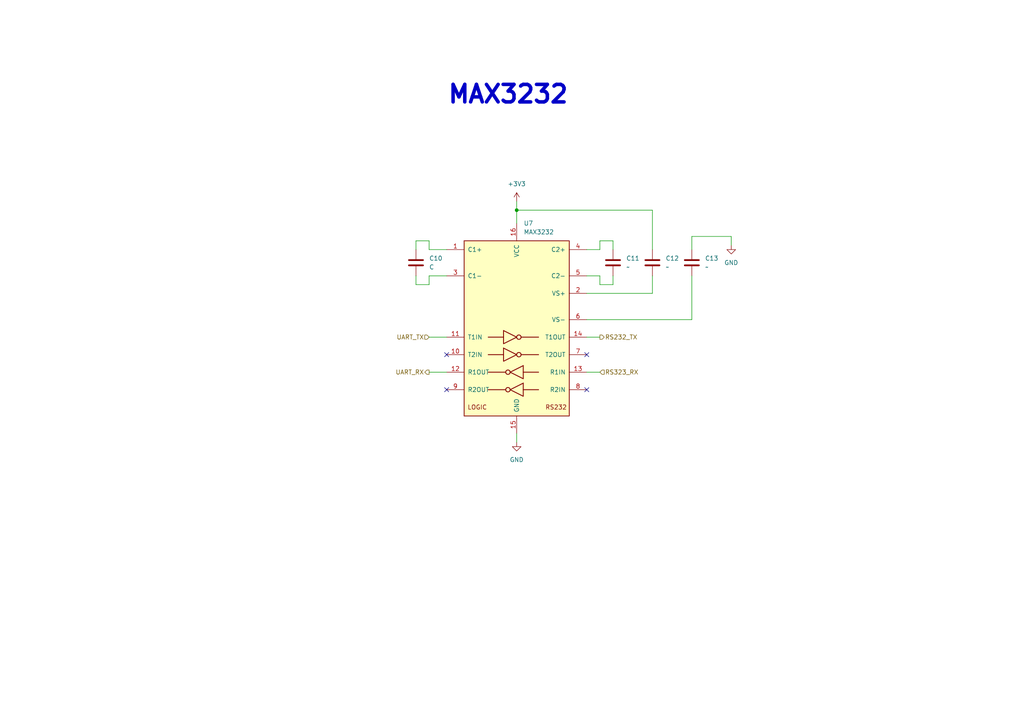
<source format=kicad_sch>
(kicad_sch (version 20211123) (generator eeschema)
  (paper "A4")
  (title_block (title "GPS_CHECK") (date "2022-04-10") (rev "v1.0.0"))
  (lib_symbols
    (symbol "Device:C" (pin_numbers hide) (pin_names (offset 0.254))
      (property "Reference" "C" (at 0.635 2.54 0))
      (property "Value" "C" (at 0.635 -2.54 0))
      (symbol "C_0_1"
        (polyline (pts (xy -2.032 -0.762) (xy 2.032 -0.762)) (stroke (width 0.508)))
        (polyline (pts (xy -2.032 0.762) (xy 2.032 0.762)) (stroke (width 0.508)))
      )
      (symbol "C_1_1"
        (pin passive line (at 0 3.81 270) (length 2.794) (name "~") (number "1"))
        (pin passive line (at 0 -3.81 90) (length 2.794) (name "~") (number "2"))
      )
    )
    (symbol "Interface_UART:MAX3232" (pin_names (offset 1.016))
      (property "Reference" "U" (at -2.54 28.575 0))
      (property "Value" "MAX3232" (at -2.54 26.67 0))
      (symbol "MAX3232_0_0"
        (text "LOGIC" (at -11.43 -22.86 0) (effects (font (size 1.27 1.27))))
        (text "RS232" (at 11.43 -22.86 0) (effects (font (size 1.27 1.27))))
      )
      (symbol "MAX3232_0_1"
        (rectangle (start -15.24 -25.4) (end 15.24 25.4) (stroke (width 0.254)) (fill (type background)))
        (circle (center -2.54 -17.78) (radius 0.635) (stroke (width 0.254)))
        (circle (center -2.54 -12.7) (radius 0.635) (stroke (width 0.254)))
        (polyline (pts (xy -3.81 -7.62) (xy -8.255 -7.62)) (stroke (width 0.254)))
        (polyline (pts (xy -3.81 -2.54) (xy -8.255 -2.54)) (stroke (width 0.254)))
        (polyline (pts (xy -3.175 -17.78) (xy -8.255 -17.78)) (stroke (width 0.254)))
        (polyline (pts (xy -3.175 -12.7) (xy -8.255 -12.7)) (stroke (width 0.254)))
        (polyline (pts (xy 1.27 -7.62) (xy 6.35 -7.62)) (stroke (width 0.254)))
        (polyline (pts (xy 1.27 -2.54) (xy 6.35 -2.54)) (stroke (width 0.254)))
        (polyline (pts (xy 1.905 -17.78) (xy 6.35 -17.78)) (stroke (width 0.254)))
        (polyline (pts (xy 1.905 -12.7) (xy 6.35 -12.7)) (stroke (width 0.254)))
        (polyline (pts (xy -3.81 -5.715) (xy -3.81 -9.525) (xy 0 -7.62) (xy -3.81 -5.715)) (stroke (width 0.254)))
        (polyline (pts (xy -3.81 -0.635) (xy -3.81 -4.445) (xy 0 -2.54) (xy -3.81 -0.635)) (stroke (width 0.254)))
        (polyline (pts (xy 1.905 -15.875) (xy 1.905 -19.685) (xy -1.905 -17.78) (xy 1.905 -15.875)) (stroke (width 0.254)))
        (polyline (pts (xy 1.905 -10.795) (xy 1.905 -14.605) (xy -1.905 -12.7) (xy 1.905 -10.795)) (stroke (width 0.254)))
        (circle (center 0.635 -7.62) (radius 0.635) (stroke (width 0.254)))
        (circle (center 0.635 -2.54) (radius 0.635) (stroke (width 0.254)))
      )
      (symbol "MAX3232_1_1"
        (pin passive line (at -20.32 22.86 0) (length 5.08) (name "C1+") (number "1"))
        (pin input line (at -20.32 -7.62 0) (length 5.08) (name "T2IN") (number "10"))
        (pin input line (at -20.32 -2.54 0) (length 5.08) (name "T1IN") (number "11"))
        (pin output line (at -20.32 -12.7 0) (length 5.08) (name "R1OUT") (number "12"))
        (pin input line (at 20.32 -12.7 180) (length 5.08) (name "R1IN") (number "13"))
        (pin output line (at 20.32 -2.54 180) (length 5.08) (name "T1OUT") (number "14"))
        (pin power_in line (at 0 -30.48 90) (length 5.08) (name "GND") (number "15"))
        (pin power_in line (at 0 30.48 270) (length 5.08) (name "VCC") (number "16"))
        (pin power_out line (at 20.32 10.16 180) (length 5.08) (name "VS+") (number "2"))
        (pin passive line (at -20.32 15.24 0) (length 5.08) (name "C1-") (number "3"))
        (pin passive line (at 20.32 22.86 180) (length 5.08) (name "C2+") (number "4"))
        (pin passive line (at 20.32 15.24 180) (length 5.08) (name "C2-") (number "5"))
        (pin power_out line (at 20.32 2.54 180) (length 5.08) (name "VS-") (number "6"))
        (pin output line (at 20.32 -7.62 180) (length 5.08) (name "T2OUT") (number "7"))
        (pin input line (at 20.32 -17.78 180) (length 5.08) (name "R2IN") (number "8"))
        (pin output line (at -20.32 -17.78 0) (length 5.08) (name "R2OUT") (number "9"))
      )
    )
    (symbol "power:+3V3" (power) (pin_names (offset 0))
      (property "Value" "+3V3" (at 0 3.556 0))
      (symbol "+3V3_0_1"
        (polyline (pts (xy -0.762 1.27) (xy 0 2.54)))
        (polyline (pts (xy 0 0) (xy 0 2.54)))
        (polyline (pts (xy 0 2.54) (xy 0.762 1.27)))
      )
      (symbol "+3V3_1_1"
        (pin power_in line (at 0 0 90) (length 0) hide (name "+3V3") (number "1"))
      )
    )
    (symbol "power:GND" (power) (pin_names (offset 0))
      (property "Value" "GND" (at 0 -3.81 0))
      (symbol "GND_0_1"
        (polyline (pts (xy 0 0) (xy 0 -1.27) (xy 1.27 -1.27) (xy 0 -2.54) (xy -1.27 -1.27) (xy 0 -1.27)))
      )
      (symbol "GND_1_1"
        (pin power_in line (at 0 0 270) (length 0) hide (name "GND") (number "1"))
      )
    )
  )
  (junction (at 149.86 60.96))
  (no_connect (at 170.18 113.03))
  (no_connect (at 170.18 102.87))
  (no_connect (at 129.54 102.87))
  (no_connect (at 129.54 113.03))
  (wire (pts (xy 149.86 125.73) (xy 149.86 128.27)))
  (wire (pts (xy 189.23 80.01) (xy 189.23 85.09)))
  (wire (pts (xy 212.09 68.58) (xy 212.09 71.12)))
  (wire (pts (xy 170.18 80.01) (xy 173.99 80.01)))
  (wire (pts (xy 173.99 80.01) (xy 173.99 82.55)))
  (wire (pts (xy 149.86 58.42) (xy 149.86 60.96)))
  (wire (pts (xy 124.46 72.39) (xy 129.54 72.39)))
  (wire (pts (xy 189.23 72.39) (xy 189.23 60.96)))
  (wire (pts (xy 177.8 82.55) (xy 177.8 80.01)))
  (wire (pts (xy 124.46 69.85) (xy 124.46 72.39)))
  (wire (pts (xy 120.65 80.01) (xy 120.65 82.55)))
  (wire (pts (xy 173.99 69.85) (xy 173.99 72.39)))
  (wire (pts (xy 124.46 82.55) (xy 124.46 80.01)))
  (wire (pts (xy 173.99 72.39) (xy 170.18 72.39)))
  (wire (pts (xy 124.46 107.95) (xy 129.54 107.95)))
  (wire (pts (xy 173.99 82.55) (xy 177.8 82.55)))
  (wire (pts (xy 200.66 92.71) (xy 200.66 80.01)))
  (wire (pts (xy 149.86 60.96) (xy 149.86 64.77)))
  (wire (pts (xy 120.65 72.39) (xy 120.65 69.85)))
  (wire (pts (xy 177.8 72.39) (xy 177.8 69.85)))
  (wire (pts (xy 124.46 97.79) (xy 129.54 97.79)))
  (wire (pts (xy 177.8 69.85) (xy 173.99 69.85)))
  (wire (pts (xy 189.23 60.96) (xy 149.86 60.96)))
  (wire (pts (xy 200.66 72.39) (xy 200.66 68.58)))
  (wire (pts (xy 170.18 107.95) (xy 173.99 107.95)))
  (wire (pts (xy 170.18 92.71) (xy 200.66 92.71)))
  (wire (pts (xy 200.66 68.58) (xy 212.09 68.58)))
  (wire (pts (xy 124.46 80.01) (xy 129.54 80.01)))
  (wire (pts (xy 170.18 97.79) (xy 173.99 97.79)))
  (wire (pts (xy 120.65 69.85) (xy 124.46 69.85)))
  (wire (pts (xy 189.23 85.09) (xy 170.18 85.09)))
  (wire (pts (xy 120.65 82.55) (xy 124.46 82.55)))
  (text "MAX3232" (at 129.54 30.48 0) (effects (font (size 5.08 5.08) (thickness 1.016) bold) (justify left bottom)))
  (hierarchical_label "UART_RX" (shape output) (at 124.46 107.95 180))
  (hierarchical_label "RS323_RX" (shape input) (at 173.99 107.95 0))
  (hierarchical_label "UART_TX" (shape input) (at 124.46 97.79 180))
  (hierarchical_label "RS232_TX" (shape output) (at 173.99 97.79 0))
  (symbol (lib_id "Device:C") (at 177.8 76.2 0) (unit 1)
    (property "Reference" "C11" (at 181.61 74.9299 0) (effects (justify left)))
    (property "Value" "~" (at 181.61 77.4699 0) (effects (justify left)))
    (property "Footprint" "Capacitor_SMD:C_0603_1608Metric" (effects hide))
  )
  (symbol (lib_id "Device:C") (at 189.23 76.2 0) (unit 1)
    (property "Reference" "C12" (at 193.04 74.9299 0) (effects (justify left)))
    (property "Value" "~" (at 193.04 77.4699 0) (effects (justify left)))
    (property "Footprint" "Capacitor_SMD:C_0603_1608Metric" (effects hide))
  )
  (symbol (lib_id "Device:C") (at 200.66 76.2 0) (unit 1)
    (property "Reference" "C13" (at 204.47 74.9299 0) (effects (justify left)))
    (property "Value" "~" (at 204.47 77.4699 0) (effects (justify left)))
    (property "Footprint" "Capacitor_SMD:C_0603_1608Metric" (effects hide))
  )
  (symbol (lib_id "power:GND") (at 212.09 71.12 0) (unit 1)
    (property "Reference" "#PWR030" (effects hide))
    (property "Value" "GND" (at 212.09 76.2 0))
  )
  (symbol (lib_id "power:GND") (at 149.86 128.27 0) (unit 1)
    (property "Reference" "#PWR029" (effects hide))
    (property "Value" "~" (at 149.86 133.35 0))
  )
  (symbol (lib_id "Interface_UART:MAX3232") (at 149.86 95.25 0) (unit 1)
    (property "Reference" "U7" (at 151.8794 64.77 0) (effects (justify left)))
    (property "Value" "MAX3232" (at 151.8794 67.31 0) (effects (justify left)))
    (property "Footprint" "Package_SO:SSOP-20_3.9x8.7mm_P0.635mm" (effects hide))
    (property "Datasheet" "https://datasheets.maximintegrated.com/en/ds/MAX3222-MAX3241.pdf" (effects hide))
  )
  (symbol (lib_id "power:+3V3") (at 149.86 58.42 0) (unit 1)
    (property "Reference" "#PWR028" (effects hide))
    (property "Value" "+3V3" (at 149.86 53.34 0))
  )
  (symbol (lib_id "Device:C") (at 120.65 76.2 0) (unit 1)
    (property "Reference" "C10" (at 124.46 74.9299 0) (effects (justify left)))
    (property "Value" "C" (at 124.46 77.4699 0) (effects (justify left)))
    (property "Footprint" "Capacitor_SMD:C_0603_1608Metric" (effects hide))
  )
)
</source>
